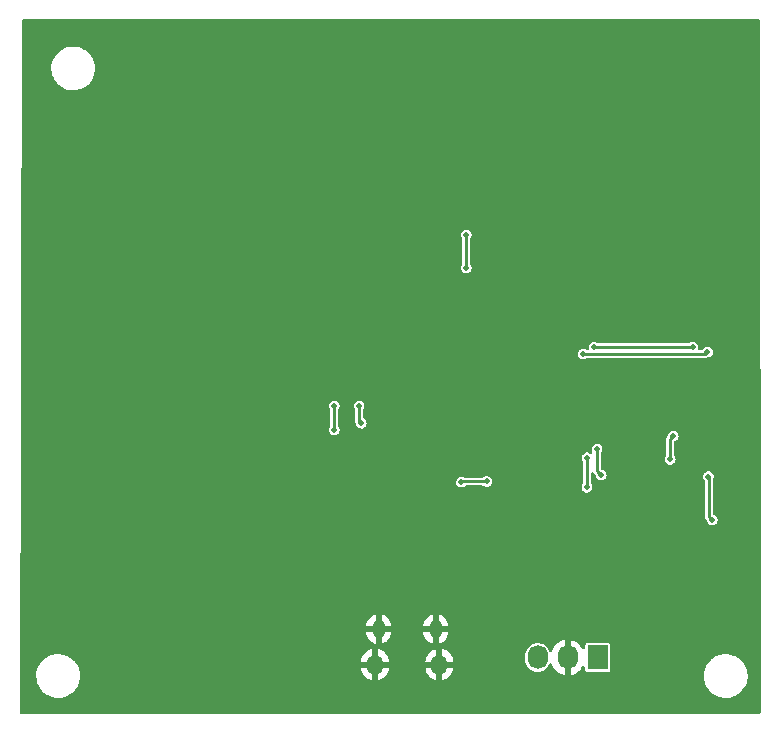
<source format=gbr>
%TF.GenerationSoftware,KiCad,Pcbnew,(6.0.7)*%
%TF.CreationDate,2022-10-04T00:35:33-03:00*%
%TF.ProjectId,wireless,77697265-6c65-4737-932e-6b696361645f,rev?*%
%TF.SameCoordinates,Original*%
%TF.FileFunction,Copper,L2,Bot*%
%TF.FilePolarity,Positive*%
%FSLAX46Y46*%
G04 Gerber Fmt 4.6, Leading zero omitted, Abs format (unit mm)*
G04 Created by KiCad (PCBNEW (6.0.7)) date 2022-10-04 00:35:33*
%MOMM*%
%LPD*%
G01*
G04 APERTURE LIST*
%TA.AperFunction,ComponentPad*%
%ADD10O,1.100000X1.500000*%
%TD*%
%TA.AperFunction,ComponentPad*%
%ADD11O,1.350000X1.700000*%
%TD*%
%TA.AperFunction,ComponentPad*%
%ADD12R,1.730000X2.030000*%
%TD*%
%TA.AperFunction,ComponentPad*%
%ADD13O,1.730000X2.030000*%
%TD*%
%TA.AperFunction,ViaPad*%
%ADD14C,0.500000*%
%TD*%
%TA.AperFunction,Conductor*%
%ADD15C,0.254000*%
%TD*%
%TA.AperFunction,Conductor*%
%ADD16C,0.127000*%
%TD*%
G04 APERTURE END LIST*
D10*
%TO.P,J1,6,Shield*%
%TO.N,GND*%
X101354000Y-120911000D03*
D11*
X101044000Y-123911000D03*
X106504000Y-123911000D03*
D10*
X106194000Y-120911000D03*
%TD*%
D12*
%TO.P,J2,1,Pin_1*%
%TO.N,/power_supply/TS*%
X119898000Y-123311000D03*
D13*
%TO.P,J2,2,Pin_2*%
%TO.N,GND*%
X117358000Y-123311000D03*
%TO.P,J2,3,Pin_3*%
%TO.N,+BATT*%
X114818000Y-123311000D03*
%TD*%
D14*
%TO.N,GND*%
X83882000Y-118266000D03*
X83882000Y-110646000D03*
X80834000Y-107344000D03*
X81342000Y-127410000D03*
X72198000Y-120552000D03*
X92772000Y-93628000D03*
X114870000Y-90580000D03*
X91756000Y-97692000D03*
X84644000Y-95660000D03*
X88708000Y-95660000D03*
X97852000Y-95914000D03*
X94296000Y-98454000D03*
X94042000Y-101756000D03*
X91502000Y-101756000D03*
X89724000Y-99724000D03*
X107250000Y-95914000D03*
X117156000Y-94136000D03*
X119188000Y-92866000D03*
X121728000Y-94644000D03*
X121728000Y-92866000D03*
X125284000Y-94898000D03*
X125284000Y-93120000D03*
X128840000Y-72292000D03*
X110298000Y-73816000D03*
X111314000Y-72800000D03*
X92264000Y-85754000D03*
X90232000Y-86008000D03*
X91502000Y-87024000D03*
X87184000Y-80674000D03*
X87692000Y-83214000D03*
X91248000Y-83468000D03*
X77786000Y-104550000D03*
X90994000Y-121060000D03*
X84136000Y-121568000D03*
X99122000Y-118012000D03*
X99376000Y-106074000D03*
X93534000Y-104550000D03*
X88708000Y-123346000D03*
X76516000Y-116488000D03*
X80326000Y-109122000D03*
X73976000Y-117758000D03*
X74484000Y-86770000D03*
X88454000Y-71276000D03*
X130364000Y-71276000D03*
X131634000Y-105820000D03*
X131126000Y-94898000D03*
X130364000Y-93628000D03*
X132904000Y-110392000D03*
X101916000Y-99724000D03*
X89470000Y-102010000D03*
X106742000Y-103026000D03*
X112076000Y-125632000D03*
X109536000Y-125632000D03*
X106488000Y-119028000D03*
X105472000Y-107344000D03*
X122490000Y-111535000D03*
%TO.N,/power_supply/~{CE}*%
X126300000Y-104550000D03*
%TO.N,GND*%
X126046000Y-96422000D03*
X105079800Y-119557800D03*
X131394200Y-114456000D03*
X127316000Y-96422000D03*
X132500000Y-76044000D03*
X123164600Y-104114600D03*
X79831000Y-107585000D03*
X127570000Y-98454000D03*
X119442000Y-98454000D03*
X120966000Y-96168000D03*
X109143800Y-120904000D03*
X96610000Y-90050000D03*
X133025000Y-92725000D03*
X98983800Y-122936000D03*
X123950000Y-110550000D03*
X100431600Y-114452400D03*
X128676400Y-114401600D03*
X100210000Y-90150000D03*
X100646000Y-102010000D03*
X117373400Y-121767600D03*
X106045000Y-117144800D03*
X125030000Y-96422000D03*
X107758000Y-90326000D03*
X131761000Y-109884000D03*
X108316800Y-109833200D03*
X85510000Y-90025000D03*
X96582000Y-103280000D03*
X89360000Y-100750000D03*
X125550000Y-85344000D03*
X85660000Y-100750000D03*
X104800000Y-99525000D03*
X106324400Y-114452400D03*
X102805000Y-126140000D03*
X111175000Y-105175000D03*
X122550000Y-109383500D03*
X81229800Y-115949400D03*
X124776000Y-98454000D03*
X84300000Y-124450000D03*
X108520000Y-103860600D03*
X123506000Y-96168000D03*
X107527075Y-88279500D03*
X98983800Y-120954800D03*
X118200000Y-107000000D03*
X129094000Y-106074000D03*
X123810800Y-102772000D03*
X121220000Y-98454000D03*
X131386600Y-107004500D03*
X108520000Y-107725000D03*
X125792000Y-98454000D03*
X130364000Y-110900000D03*
X102322400Y-107039200D03*
X96582000Y-102010000D03*
X132000000Y-88294000D03*
X98614000Y-102010000D03*
X108534200Y-105867200D03*
X123506000Y-98454000D03*
X96582000Y-104042000D03*
X120650000Y-105050000D03*
X73887400Y-111121600D03*
X110044000Y-88279500D03*
X125653800Y-114376200D03*
X123364000Y-106899200D03*
X109790000Y-90326000D03*
X112076000Y-108868000D03*
X121982000Y-98454000D03*
X88910000Y-90075000D03*
X121982000Y-96168000D03*
X104724200Y-126140000D03*
X128840000Y-98454000D03*
X109118400Y-122986800D03*
X110145600Y-107547200D03*
X119696000Y-96168000D03*
X132700000Y-70900000D03*
X98614000Y-103280000D03*
X113092000Y-76610000D03*
X81357300Y-110930600D03*
X130364000Y-106836000D03*
X119700000Y-109000000D03*
X85050000Y-122200000D03*
X124180600Y-114376200D03*
X118100000Y-109550000D03*
X127025400Y-114376200D03*
%TO.N,/ucontroller/EN*%
X108774000Y-90326000D03*
X108774000Y-87532000D03*
%TO.N,/usb/3V3_CP*%
X110501200Y-108410800D03*
X108367600Y-108461600D03*
%TO.N,/power_supply/~{PG}*%
X119850000Y-105650000D03*
X120204000Y-107852000D03*
%TO.N,/power_supply/~{CHG}*%
X119000000Y-108900000D03*
X119000000Y-106400000D03*
%TO.N,/power_supply/TS*%
X129275000Y-108000000D03*
X129602000Y-111662000D03*
%TO.N,Net-(R11-Pad1)*%
X97598000Y-104050000D03*
X97598000Y-102010000D03*
X127950000Y-97025000D03*
X119600000Y-97025000D03*
%TO.N,Net-(R13-Pad1)*%
X118680000Y-97601500D03*
X99700000Y-102010000D03*
X129200000Y-97438000D03*
X99884000Y-103473500D03*
%TO.N,/power_supply/~{CE}*%
X126048500Y-106530598D03*
%TD*%
D15*
%TO.N,/power_supply/~{CE}*%
X126300000Y-104550000D02*
X126048500Y-104801500D01*
X126048500Y-104801500D02*
X126048500Y-106530598D01*
%TO.N,/ucontroller/EN*%
X108774000Y-87532000D02*
X108774000Y-90326000D01*
%TO.N,/usb/3V3_CP*%
X108367600Y-108461600D02*
X108418400Y-108410800D01*
X108418400Y-108410800D02*
X110501200Y-108410800D01*
%TO.N,/power_supply/~{PG}*%
X120204000Y-107852000D02*
X119850000Y-107498000D01*
X119850000Y-107498000D02*
X119850000Y-105650000D01*
%TO.N,/power_supply/~{CHG}*%
X119000000Y-108900000D02*
X119000000Y-106400000D01*
%TO.N,/power_supply/TS*%
X129313500Y-111373500D02*
X129602000Y-111662000D01*
D16*
X129275000Y-108000000D02*
X129313500Y-108038500D01*
D15*
X129313500Y-108038500D02*
X129313500Y-111373500D01*
%TO.N,Net-(R11-Pad1)*%
X97598000Y-102010000D02*
X97598000Y-104050000D01*
X127950000Y-97025000D02*
X119600000Y-97025000D01*
%TO.N,Net-(R13-Pad1)*%
X99700000Y-103289500D02*
X99700000Y-102010000D01*
X129036500Y-97601500D02*
X118680000Y-97601500D01*
X129200000Y-97438000D02*
X129036500Y-97601500D01*
X99884000Y-103473500D02*
X99700000Y-103289500D01*
%TD*%
%TA.AperFunction,Conductor*%
%TO.N,GND*%
G36*
X133546324Y-69262861D02*
G01*
X133592818Y-69316516D01*
X133604205Y-69368654D01*
X133699794Y-127972654D01*
X133679903Y-128040808D01*
X133626323Y-128087388D01*
X133573796Y-128098860D01*
X102528075Y-128099426D01*
X71126391Y-128099998D01*
X71058271Y-128079997D01*
X71011777Y-128026342D01*
X71000391Y-127973608D01*
X71009858Y-124912095D01*
X72375028Y-124912095D01*
X72400534Y-125179431D01*
X72401619Y-125183865D01*
X72401620Y-125183871D01*
X72443525Y-125355121D01*
X72464364Y-125440285D01*
X72565182Y-125689192D01*
X72700875Y-125920938D01*
X72703728Y-125924505D01*
X72815225Y-126063925D01*
X72868601Y-126130669D01*
X73064846Y-126313991D01*
X73157039Y-126377948D01*
X73281746Y-126464461D01*
X73281751Y-126464464D01*
X73285499Y-126467064D01*
X73289584Y-126469096D01*
X73289587Y-126469098D01*
X73405718Y-126526872D01*
X73525938Y-126586680D01*
X73530272Y-126588101D01*
X73530275Y-126588102D01*
X73776793Y-126668915D01*
X73776798Y-126668916D01*
X73781126Y-126670335D01*
X73785617Y-126671115D01*
X73785618Y-126671115D01*
X74041936Y-126715620D01*
X74041944Y-126715621D01*
X74045717Y-126716276D01*
X74049554Y-126716467D01*
X74128996Y-126720422D01*
X74129004Y-126720422D01*
X74130567Y-126720500D01*
X74298223Y-126720500D01*
X74300491Y-126720335D01*
X74300503Y-126720335D01*
X74430823Y-126710879D01*
X74497846Y-126706016D01*
X74502301Y-126705032D01*
X74502304Y-126705032D01*
X74755620Y-126649105D01*
X74755624Y-126649104D01*
X74760080Y-126648120D01*
X74927617Y-126584646D01*
X75006941Y-126554593D01*
X75006944Y-126554592D01*
X75011211Y-126552975D01*
X75245976Y-126422574D01*
X75388254Y-126313991D01*
X75455833Y-126262417D01*
X75455837Y-126262413D01*
X75459458Y-126259650D01*
X75647185Y-126067614D01*
X75805225Y-125850491D01*
X75892313Y-125684963D01*
X75928140Y-125616868D01*
X75928143Y-125616862D01*
X75930265Y-125612828D01*
X75989703Y-125444515D01*
X76018165Y-125363916D01*
X76018165Y-125363915D01*
X76019688Y-125359603D01*
X76056097Y-125174879D01*
X76070739Y-125100594D01*
X76070740Y-125100588D01*
X76071620Y-125096122D01*
X76074830Y-125031640D01*
X76084745Y-124832474D01*
X76084745Y-124832468D01*
X76084972Y-124827905D01*
X76059466Y-124560569D01*
X76052385Y-124531629D01*
X75996721Y-124304149D01*
X75995636Y-124299715D01*
X75947716Y-124181405D01*
X99864698Y-124181405D01*
X99875297Y-124296754D01*
X99877394Y-124308068D01*
X99933275Y-124506206D01*
X99937397Y-124516945D01*
X100028451Y-124701583D01*
X100034462Y-124711392D01*
X100157640Y-124876349D01*
X100165329Y-124884889D01*
X100316510Y-125024639D01*
X100325635Y-125031640D01*
X100499745Y-125141495D01*
X100509992Y-125146716D01*
X100701207Y-125223003D01*
X100712233Y-125226270D01*
X100772230Y-125238203D01*
X100785106Y-125237051D01*
X100789107Y-125224663D01*
X101298000Y-125224663D01*
X101301806Y-125237625D01*
X101316722Y-125239561D01*
X101345798Y-125234565D01*
X101356918Y-125231585D01*
X101550060Y-125160331D01*
X101560438Y-125155381D01*
X101737361Y-125050123D01*
X101746673Y-125043357D01*
X101901453Y-124907619D01*
X101909370Y-124899276D01*
X102036820Y-124737606D01*
X102043091Y-124727950D01*
X102138940Y-124545771D01*
X102143345Y-124535137D01*
X102204393Y-124338530D01*
X102206785Y-124327276D01*
X102223863Y-124182988D01*
X102223595Y-124181405D01*
X105324698Y-124181405D01*
X105335297Y-124296754D01*
X105337394Y-124308068D01*
X105393275Y-124506206D01*
X105397397Y-124516945D01*
X105488451Y-124701583D01*
X105494462Y-124711392D01*
X105617640Y-124876349D01*
X105625329Y-124884889D01*
X105776510Y-125024639D01*
X105785635Y-125031640D01*
X105959745Y-125141495D01*
X105969992Y-125146716D01*
X106161207Y-125223003D01*
X106172233Y-125226270D01*
X106232230Y-125238203D01*
X106245106Y-125237051D01*
X106249107Y-125224663D01*
X106758000Y-125224663D01*
X106761806Y-125237625D01*
X106776722Y-125239561D01*
X106805798Y-125234565D01*
X106816918Y-125231585D01*
X107010060Y-125160331D01*
X107020438Y-125155381D01*
X107197361Y-125050123D01*
X107206673Y-125043357D01*
X107356349Y-124912095D01*
X128890028Y-124912095D01*
X128915534Y-125179431D01*
X128916619Y-125183865D01*
X128916620Y-125183871D01*
X128958525Y-125355121D01*
X128979364Y-125440285D01*
X129080182Y-125689192D01*
X129215875Y-125920938D01*
X129218728Y-125924505D01*
X129330225Y-126063925D01*
X129383601Y-126130669D01*
X129579846Y-126313991D01*
X129672039Y-126377948D01*
X129796746Y-126464461D01*
X129796751Y-126464464D01*
X129800499Y-126467064D01*
X129804584Y-126469096D01*
X129804587Y-126469098D01*
X129920718Y-126526872D01*
X130040938Y-126586680D01*
X130045272Y-126588101D01*
X130045275Y-126588102D01*
X130291793Y-126668915D01*
X130291798Y-126668916D01*
X130296126Y-126670335D01*
X130300617Y-126671115D01*
X130300618Y-126671115D01*
X130556936Y-126715620D01*
X130556944Y-126715621D01*
X130560717Y-126716276D01*
X130564554Y-126716467D01*
X130643996Y-126720422D01*
X130644004Y-126720422D01*
X130645567Y-126720500D01*
X130813223Y-126720500D01*
X130815491Y-126720335D01*
X130815503Y-126720335D01*
X130945823Y-126710879D01*
X131012846Y-126706016D01*
X131017301Y-126705032D01*
X131017304Y-126705032D01*
X131270620Y-126649105D01*
X131270624Y-126649104D01*
X131275080Y-126648120D01*
X131442617Y-126584646D01*
X131521941Y-126554593D01*
X131521944Y-126554592D01*
X131526211Y-126552975D01*
X131760976Y-126422574D01*
X131903254Y-126313991D01*
X131970833Y-126262417D01*
X131970837Y-126262413D01*
X131974458Y-126259650D01*
X132162185Y-126067614D01*
X132320225Y-125850491D01*
X132407313Y-125684963D01*
X132443140Y-125616868D01*
X132443143Y-125616862D01*
X132445265Y-125612828D01*
X132504703Y-125444515D01*
X132533165Y-125363916D01*
X132533165Y-125363915D01*
X132534688Y-125359603D01*
X132571097Y-125174879D01*
X132585739Y-125100594D01*
X132585740Y-125100588D01*
X132586620Y-125096122D01*
X132589830Y-125031640D01*
X132599745Y-124832474D01*
X132599745Y-124832468D01*
X132599972Y-124827905D01*
X132574466Y-124560569D01*
X132567385Y-124531629D01*
X132511721Y-124304149D01*
X132510636Y-124299715D01*
X132462716Y-124181405D01*
X132411531Y-124055037D01*
X132411531Y-124055036D01*
X132409818Y-124050808D01*
X132274125Y-123819062D01*
X132163211Y-123680371D01*
X132109251Y-123612897D01*
X132109250Y-123612895D01*
X132106399Y-123609331D01*
X131910154Y-123426009D01*
X131753633Y-123317426D01*
X131693254Y-123275539D01*
X131693249Y-123275536D01*
X131689501Y-123272936D01*
X131685416Y-123270904D01*
X131685413Y-123270902D01*
X131513560Y-123185407D01*
X131449062Y-123153320D01*
X131444728Y-123151899D01*
X131444725Y-123151898D01*
X131198207Y-123071085D01*
X131198202Y-123071084D01*
X131193874Y-123069665D01*
X131189382Y-123068885D01*
X130933064Y-123024380D01*
X130933056Y-123024379D01*
X130929283Y-123023724D01*
X130920622Y-123023293D01*
X130846004Y-123019578D01*
X130845996Y-123019578D01*
X130844433Y-123019500D01*
X130676777Y-123019500D01*
X130674509Y-123019665D01*
X130674497Y-123019665D01*
X130544177Y-123029121D01*
X130477154Y-123033984D01*
X130472699Y-123034968D01*
X130472696Y-123034968D01*
X130219380Y-123090895D01*
X130219376Y-123090896D01*
X130214920Y-123091880D01*
X130139598Y-123120417D01*
X129968059Y-123185407D01*
X129968056Y-123185408D01*
X129963789Y-123187025D01*
X129959798Y-123189242D01*
X129784048Y-123286863D01*
X129729024Y-123317426D01*
X129725392Y-123320198D01*
X129519167Y-123477583D01*
X129519163Y-123477587D01*
X129515542Y-123480350D01*
X129512357Y-123483608D01*
X129512356Y-123483609D01*
X129480065Y-123516641D01*
X129327815Y-123672386D01*
X129325130Y-123676075D01*
X129174676Y-123882776D01*
X129169775Y-123889509D01*
X129167651Y-123893547D01*
X129046860Y-124123132D01*
X129046857Y-124123138D01*
X129044735Y-124127172D01*
X129043215Y-124131477D01*
X129043213Y-124131481D01*
X128962607Y-124359740D01*
X128955312Y-124380397D01*
X128903380Y-124643878D01*
X128903153Y-124648431D01*
X128903153Y-124648434D01*
X128893992Y-124832474D01*
X128890028Y-124912095D01*
X107356349Y-124912095D01*
X107361453Y-124907619D01*
X107369370Y-124899276D01*
X107496820Y-124737606D01*
X107503091Y-124727950D01*
X107598940Y-124545771D01*
X107603345Y-124535137D01*
X107664393Y-124338530D01*
X107666785Y-124327276D01*
X107683863Y-124182988D01*
X107681421Y-124168569D01*
X107668679Y-124165000D01*
X106776115Y-124165000D01*
X106760876Y-124169475D01*
X106759671Y-124170865D01*
X106758000Y-124178548D01*
X106758000Y-125224663D01*
X106249107Y-125224663D01*
X106250000Y-125221898D01*
X106250000Y-124183115D01*
X106245525Y-124167876D01*
X106244135Y-124166671D01*
X106236452Y-124165000D01*
X105341306Y-124165000D01*
X105326761Y-124169271D01*
X105324698Y-124181405D01*
X102223595Y-124181405D01*
X102221421Y-124168569D01*
X102208679Y-124165000D01*
X101316115Y-124165000D01*
X101300876Y-124169475D01*
X101299671Y-124170865D01*
X101298000Y-124178548D01*
X101298000Y-125224663D01*
X100789107Y-125224663D01*
X100790000Y-125221898D01*
X100790000Y-124183115D01*
X100785525Y-124167876D01*
X100784135Y-124166671D01*
X100776452Y-124165000D01*
X99881306Y-124165000D01*
X99866761Y-124169271D01*
X99864698Y-124181405D01*
X75947716Y-124181405D01*
X75896531Y-124055037D01*
X75896531Y-124055036D01*
X75894818Y-124050808D01*
X75759125Y-123819062D01*
X75648211Y-123680371D01*
X75615136Y-123639012D01*
X99864137Y-123639012D01*
X99866579Y-123653431D01*
X99879321Y-123657000D01*
X100771885Y-123657000D01*
X100787124Y-123652525D01*
X100788329Y-123651135D01*
X100790000Y-123643452D01*
X100790000Y-123638885D01*
X101298000Y-123638885D01*
X101302475Y-123654124D01*
X101303865Y-123655329D01*
X101311548Y-123657000D01*
X102206694Y-123657000D01*
X102221239Y-123652729D01*
X102223302Y-123640595D01*
X102223157Y-123639012D01*
X105324137Y-123639012D01*
X105326579Y-123653431D01*
X105339321Y-123657000D01*
X106231885Y-123657000D01*
X106247124Y-123652525D01*
X106248329Y-123651135D01*
X106250000Y-123643452D01*
X106250000Y-123638885D01*
X106758000Y-123638885D01*
X106762475Y-123654124D01*
X106763865Y-123655329D01*
X106771548Y-123657000D01*
X107666694Y-123657000D01*
X107681239Y-123652729D01*
X107683302Y-123640595D01*
X107672703Y-123525246D01*
X107670606Y-123513932D01*
X107670506Y-123513576D01*
X113752500Y-123513576D01*
X113767735Y-123668958D01*
X113828130Y-123868995D01*
X113831023Y-123874436D01*
X113839038Y-123889509D01*
X113926229Y-124053491D01*
X114058295Y-124215420D01*
X114219297Y-124348613D01*
X114403104Y-124447997D01*
X114498229Y-124477443D01*
X114596828Y-124507965D01*
X114596831Y-124507966D01*
X114602715Y-124509787D01*
X114608840Y-124510431D01*
X114608841Y-124510431D01*
X114804397Y-124530985D01*
X114804398Y-124530985D01*
X114810525Y-124531629D01*
X114968108Y-124517288D01*
X115012480Y-124513250D01*
X115012481Y-124513250D01*
X115018621Y-124512691D01*
X115024535Y-124510950D01*
X115024537Y-124510950D01*
X115213155Y-124455436D01*
X115213154Y-124455436D01*
X115219074Y-124453694D01*
X115404251Y-124356886D01*
X115567098Y-124225954D01*
X115606877Y-124178548D01*
X115697453Y-124070603D01*
X115701412Y-124065885D01*
X115704376Y-124060493D01*
X115704379Y-124060489D01*
X115796156Y-123893547D01*
X115802077Y-123882776D01*
X115805642Y-123871539D01*
X115845304Y-123812655D01*
X115910505Y-123784561D01*
X115980545Y-123796177D01*
X116033186Y-123843816D01*
X116047703Y-123877981D01*
X116056932Y-123913540D01*
X116060466Y-123923575D01*
X116151778Y-124126280D01*
X116156958Y-124135586D01*
X116281120Y-124320010D01*
X116287781Y-124328296D01*
X116441254Y-124489177D01*
X116449211Y-124496217D01*
X116627590Y-124628934D01*
X116636634Y-124634542D01*
X116834818Y-124735303D01*
X116844679Y-124739307D01*
X117056999Y-124805235D01*
X117067394Y-124807520D01*
X117086041Y-124809992D01*
X117100208Y-124807795D01*
X117104000Y-124794611D01*
X117104000Y-124792519D01*
X117612000Y-124792519D01*
X117615973Y-124806050D01*
X117626580Y-124807575D01*
X117748745Y-124781942D01*
X117758942Y-124778882D01*
X117965722Y-124697221D01*
X117975254Y-124692490D01*
X118165330Y-124577149D01*
X118173925Y-124570880D01*
X118341839Y-124425172D01*
X118349265Y-124417536D01*
X118490232Y-124245614D01*
X118496254Y-124236852D01*
X118596998Y-124059872D01*
X118648081Y-124010566D01*
X118717711Y-123996705D01*
X118783782Y-124022689D01*
X118825316Y-124080268D01*
X118832500Y-124122205D01*
X118832500Y-124345748D01*
X118833707Y-124351816D01*
X118840284Y-124384879D01*
X118844133Y-124404231D01*
X118888448Y-124470552D01*
X118954769Y-124514867D01*
X118966938Y-124517288D01*
X118966939Y-124517288D01*
X119007184Y-124525293D01*
X119013252Y-124526500D01*
X120782748Y-124526500D01*
X120788816Y-124525293D01*
X120829061Y-124517288D01*
X120829062Y-124517288D01*
X120841231Y-124514867D01*
X120907552Y-124470552D01*
X120951867Y-124404231D01*
X120955717Y-124384879D01*
X120962293Y-124351816D01*
X120963500Y-124345748D01*
X120963500Y-122276252D01*
X120951867Y-122217769D01*
X120907552Y-122151448D01*
X120841231Y-122107133D01*
X120829062Y-122104712D01*
X120829061Y-122104712D01*
X120788816Y-122096707D01*
X120782748Y-122095500D01*
X119013252Y-122095500D01*
X119007184Y-122096707D01*
X118966939Y-122104712D01*
X118966938Y-122104712D01*
X118954769Y-122107133D01*
X118888448Y-122151448D01*
X118844133Y-122217769D01*
X118832500Y-122276252D01*
X118832500Y-122504787D01*
X118812498Y-122572908D01*
X118758842Y-122619401D01*
X118688568Y-122629505D01*
X118623988Y-122600011D01*
X118591618Y-122556537D01*
X118564222Y-122495720D01*
X118559042Y-122486414D01*
X118434880Y-122301990D01*
X118428219Y-122293704D01*
X118274746Y-122132823D01*
X118266789Y-122125783D01*
X118088410Y-121993066D01*
X118079366Y-121987458D01*
X117881182Y-121886697D01*
X117871321Y-121882693D01*
X117659001Y-121816765D01*
X117648606Y-121814480D01*
X117629959Y-121812008D01*
X117615792Y-121814205D01*
X117612000Y-121827389D01*
X117612000Y-124792519D01*
X117104000Y-124792519D01*
X117104000Y-121829481D01*
X117100027Y-121815950D01*
X117089420Y-121814425D01*
X116967255Y-121840058D01*
X116957058Y-121843118D01*
X116750278Y-121924779D01*
X116740746Y-121929510D01*
X116550670Y-122044851D01*
X116542075Y-122051120D01*
X116374161Y-122196828D01*
X116366735Y-122204464D01*
X116225768Y-122376386D01*
X116219746Y-122385148D01*
X116109756Y-122578370D01*
X116105294Y-122588027D01*
X116044853Y-122754538D01*
X116002808Y-122811746D01*
X115936509Y-122837141D01*
X115867004Y-122822661D01*
X115816362Y-122772902D01*
X115809920Y-122759559D01*
X115809654Y-122758913D01*
X115807870Y-122753005D01*
X115803663Y-122745093D01*
X115712667Y-122573955D01*
X115712666Y-122573953D01*
X115709771Y-122568509D01*
X115577705Y-122406580D01*
X115416703Y-122273387D01*
X115232896Y-122174003D01*
X115106255Y-122134801D01*
X115039172Y-122114035D01*
X115039169Y-122114034D01*
X115033285Y-122112213D01*
X115027160Y-122111569D01*
X115027159Y-122111569D01*
X114831603Y-122091015D01*
X114831602Y-122091015D01*
X114825475Y-122090371D01*
X114736745Y-122098446D01*
X114623520Y-122108750D01*
X114623519Y-122108750D01*
X114617379Y-122109309D01*
X114611465Y-122111050D01*
X114611463Y-122111050D01*
X114474352Y-122151404D01*
X114416926Y-122168306D01*
X114231749Y-122265114D01*
X114068902Y-122396046D01*
X113934588Y-122556115D01*
X113931624Y-122561507D01*
X113931621Y-122561511D01*
X113876559Y-122661669D01*
X113833923Y-122739224D01*
X113832062Y-122745091D01*
X113832061Y-122745093D01*
X113807455Y-122822661D01*
X113770741Y-122938398D01*
X113752500Y-123101020D01*
X113752500Y-123513576D01*
X107670506Y-123513576D01*
X107614725Y-123315794D01*
X107610603Y-123305055D01*
X107519549Y-123120417D01*
X107513538Y-123110608D01*
X107390360Y-122945651D01*
X107382671Y-122937111D01*
X107231490Y-122797361D01*
X107222365Y-122790360D01*
X107048255Y-122680505D01*
X107038008Y-122675284D01*
X106846793Y-122598997D01*
X106835767Y-122595730D01*
X106775770Y-122583797D01*
X106762894Y-122584949D01*
X106758000Y-122600102D01*
X106758000Y-123638885D01*
X106250000Y-123638885D01*
X106250000Y-122597337D01*
X106246194Y-122584375D01*
X106231278Y-122582439D01*
X106202202Y-122587435D01*
X106191082Y-122590415D01*
X105997940Y-122661669D01*
X105987562Y-122666619D01*
X105810639Y-122771877D01*
X105801327Y-122778643D01*
X105646547Y-122914381D01*
X105638630Y-122922724D01*
X105511180Y-123084394D01*
X105504909Y-123094050D01*
X105409060Y-123276229D01*
X105404655Y-123286863D01*
X105343607Y-123483470D01*
X105341215Y-123494724D01*
X105324137Y-123639012D01*
X102223157Y-123639012D01*
X102212703Y-123525246D01*
X102210606Y-123513932D01*
X102154725Y-123315794D01*
X102150603Y-123305055D01*
X102059549Y-123120417D01*
X102053538Y-123110608D01*
X101930360Y-122945651D01*
X101922671Y-122937111D01*
X101771490Y-122797361D01*
X101762365Y-122790360D01*
X101588255Y-122680505D01*
X101578008Y-122675284D01*
X101386793Y-122598997D01*
X101375767Y-122595730D01*
X101315770Y-122583797D01*
X101302894Y-122584949D01*
X101298000Y-122600102D01*
X101298000Y-123638885D01*
X100790000Y-123638885D01*
X100790000Y-122597337D01*
X100786194Y-122584375D01*
X100771278Y-122582439D01*
X100742202Y-122587435D01*
X100731082Y-122590415D01*
X100537940Y-122661669D01*
X100527562Y-122666619D01*
X100350639Y-122771877D01*
X100341327Y-122778643D01*
X100186547Y-122914381D01*
X100178630Y-122922724D01*
X100051180Y-123084394D01*
X100044909Y-123094050D01*
X99949060Y-123276229D01*
X99944655Y-123286863D01*
X99883607Y-123483470D01*
X99881215Y-123494724D01*
X99864137Y-123639012D01*
X75615136Y-123639012D01*
X75594251Y-123612897D01*
X75594250Y-123612895D01*
X75591399Y-123609331D01*
X75395154Y-123426009D01*
X75238633Y-123317426D01*
X75178254Y-123275539D01*
X75178249Y-123275536D01*
X75174501Y-123272936D01*
X75170416Y-123270904D01*
X75170413Y-123270902D01*
X74998560Y-123185407D01*
X74934062Y-123153320D01*
X74929728Y-123151899D01*
X74929725Y-123151898D01*
X74683207Y-123071085D01*
X74683202Y-123071084D01*
X74678874Y-123069665D01*
X74674382Y-123068885D01*
X74418064Y-123024380D01*
X74418056Y-123024379D01*
X74414283Y-123023724D01*
X74405622Y-123023293D01*
X74331004Y-123019578D01*
X74330996Y-123019578D01*
X74329433Y-123019500D01*
X74161777Y-123019500D01*
X74159509Y-123019665D01*
X74159497Y-123019665D01*
X74029177Y-123029121D01*
X73962154Y-123033984D01*
X73957699Y-123034968D01*
X73957696Y-123034968D01*
X73704380Y-123090895D01*
X73704376Y-123090896D01*
X73699920Y-123091880D01*
X73624598Y-123120417D01*
X73453059Y-123185407D01*
X73453056Y-123185408D01*
X73448789Y-123187025D01*
X73444798Y-123189242D01*
X73269048Y-123286863D01*
X73214024Y-123317426D01*
X73210392Y-123320198D01*
X73004167Y-123477583D01*
X73004163Y-123477587D01*
X73000542Y-123480350D01*
X72997357Y-123483608D01*
X72997356Y-123483609D01*
X72965065Y-123516641D01*
X72812815Y-123672386D01*
X72810130Y-123676075D01*
X72659676Y-123882776D01*
X72654775Y-123889509D01*
X72652651Y-123893547D01*
X72531860Y-124123132D01*
X72531857Y-124123138D01*
X72529735Y-124127172D01*
X72528215Y-124131477D01*
X72528213Y-124131481D01*
X72447607Y-124359740D01*
X72440312Y-124380397D01*
X72388380Y-124643878D01*
X72388153Y-124648431D01*
X72388153Y-124648434D01*
X72378992Y-124832474D01*
X72375028Y-124912095D01*
X71009858Y-124912095D01*
X71021394Y-121181589D01*
X100297803Y-121181589D01*
X100310527Y-121311361D01*
X100312910Y-121323396D01*
X100369317Y-121510223D01*
X100373992Y-121521565D01*
X100465612Y-121693879D01*
X100472399Y-121704095D01*
X100595747Y-121855335D01*
X100604391Y-121864039D01*
X100754760Y-121988436D01*
X100764931Y-121995297D01*
X100936607Y-122088121D01*
X100947907Y-122092871D01*
X101082693Y-122134595D01*
X101096795Y-122134801D01*
X101100000Y-122128045D01*
X101100000Y-122121047D01*
X101608000Y-122121047D01*
X101611973Y-122134578D01*
X101619768Y-122135698D01*
X101746342Y-122098446D01*
X101757710Y-122093853D01*
X101930666Y-122003434D01*
X101940928Y-121996718D01*
X102093020Y-121874432D01*
X102101786Y-121865848D01*
X102227236Y-121716344D01*
X102234160Y-121706233D01*
X102328184Y-121535202D01*
X102333012Y-121523938D01*
X102392025Y-121337905D01*
X102394573Y-121325916D01*
X102410762Y-121181589D01*
X105137803Y-121181589D01*
X105150527Y-121311361D01*
X105152910Y-121323396D01*
X105209317Y-121510223D01*
X105213992Y-121521565D01*
X105305612Y-121693879D01*
X105312399Y-121704095D01*
X105435747Y-121855335D01*
X105444391Y-121864039D01*
X105594760Y-121988436D01*
X105604931Y-121995297D01*
X105776607Y-122088121D01*
X105787907Y-122092871D01*
X105922693Y-122134595D01*
X105936795Y-122134801D01*
X105940000Y-122128045D01*
X105940000Y-122121047D01*
X106448000Y-122121047D01*
X106451973Y-122134578D01*
X106459768Y-122135698D01*
X106586342Y-122098446D01*
X106597710Y-122093853D01*
X106770666Y-122003434D01*
X106780928Y-121996718D01*
X106933020Y-121874432D01*
X106941786Y-121865848D01*
X107067236Y-121716344D01*
X107074160Y-121706233D01*
X107168184Y-121535202D01*
X107173012Y-121523938D01*
X107232025Y-121337905D01*
X107234573Y-121325916D01*
X107250980Y-121179643D01*
X107247525Y-121167876D01*
X107246135Y-121166671D01*
X107238452Y-121165000D01*
X106466115Y-121165000D01*
X106450876Y-121169475D01*
X106449671Y-121170865D01*
X106448000Y-121178548D01*
X106448000Y-122121047D01*
X105940000Y-122121047D01*
X105940000Y-121183115D01*
X105935525Y-121167876D01*
X105934135Y-121166671D01*
X105926452Y-121165000D01*
X105154291Y-121165000D01*
X105139864Y-121169236D01*
X105137803Y-121181589D01*
X102410762Y-121181589D01*
X102410980Y-121179643D01*
X102407525Y-121167876D01*
X102406135Y-121166671D01*
X102398452Y-121165000D01*
X101626115Y-121165000D01*
X101610876Y-121169475D01*
X101609671Y-121170865D01*
X101608000Y-121178548D01*
X101608000Y-122121047D01*
X101100000Y-122121047D01*
X101100000Y-121183115D01*
X101095525Y-121167876D01*
X101094135Y-121166671D01*
X101086452Y-121165000D01*
X100314291Y-121165000D01*
X100299864Y-121169236D01*
X100297803Y-121181589D01*
X71021394Y-121181589D01*
X71023061Y-120642357D01*
X100297020Y-120642357D01*
X100300475Y-120654124D01*
X100301865Y-120655329D01*
X100309548Y-120657000D01*
X101081885Y-120657000D01*
X101097124Y-120652525D01*
X101098329Y-120651135D01*
X101100000Y-120643452D01*
X101100000Y-120638885D01*
X101608000Y-120638885D01*
X101612475Y-120654124D01*
X101613865Y-120655329D01*
X101621548Y-120657000D01*
X102393709Y-120657000D01*
X102408136Y-120652764D01*
X102409872Y-120642357D01*
X105137020Y-120642357D01*
X105140475Y-120654124D01*
X105141865Y-120655329D01*
X105149548Y-120657000D01*
X105921885Y-120657000D01*
X105937124Y-120652525D01*
X105938329Y-120651135D01*
X105940000Y-120643452D01*
X105940000Y-120638885D01*
X106448000Y-120638885D01*
X106452475Y-120654124D01*
X106453865Y-120655329D01*
X106461548Y-120657000D01*
X107233709Y-120657000D01*
X107248136Y-120652764D01*
X107250197Y-120640411D01*
X107237473Y-120510639D01*
X107235090Y-120498604D01*
X107178683Y-120311777D01*
X107174008Y-120300435D01*
X107082388Y-120128121D01*
X107075601Y-120117905D01*
X106952253Y-119966665D01*
X106943609Y-119957961D01*
X106793237Y-119833562D01*
X106783069Y-119826703D01*
X106611393Y-119733879D01*
X106600093Y-119729129D01*
X106465307Y-119687405D01*
X106451205Y-119687199D01*
X106448000Y-119693955D01*
X106448000Y-120638885D01*
X105940000Y-120638885D01*
X105940000Y-119700953D01*
X105936027Y-119687422D01*
X105928232Y-119686302D01*
X105801658Y-119723554D01*
X105790290Y-119728147D01*
X105617334Y-119818566D01*
X105607072Y-119825282D01*
X105454980Y-119947568D01*
X105446214Y-119956152D01*
X105320764Y-120105656D01*
X105313840Y-120115767D01*
X105219816Y-120286798D01*
X105214988Y-120298062D01*
X105155975Y-120484095D01*
X105153427Y-120496084D01*
X105137020Y-120642357D01*
X102409872Y-120642357D01*
X102410197Y-120640411D01*
X102397473Y-120510639D01*
X102395090Y-120498604D01*
X102338683Y-120311777D01*
X102334008Y-120300435D01*
X102242388Y-120128121D01*
X102235601Y-120117905D01*
X102112253Y-119966665D01*
X102103609Y-119957961D01*
X101953237Y-119833562D01*
X101943069Y-119826703D01*
X101771393Y-119733879D01*
X101760093Y-119729129D01*
X101625307Y-119687405D01*
X101611205Y-119687199D01*
X101608000Y-119693955D01*
X101608000Y-120638885D01*
X101100000Y-120638885D01*
X101100000Y-119700953D01*
X101096027Y-119687422D01*
X101088232Y-119686302D01*
X100961658Y-119723554D01*
X100950290Y-119728147D01*
X100777334Y-119818566D01*
X100767072Y-119825282D01*
X100614980Y-119947568D01*
X100606214Y-119956152D01*
X100480764Y-120105656D01*
X100473840Y-120115767D01*
X100379816Y-120286798D01*
X100374988Y-120298062D01*
X100315975Y-120484095D01*
X100313427Y-120496084D01*
X100297020Y-120642357D01*
X71023061Y-120642357D01*
X71060745Y-108456040D01*
X107912501Y-108456040D01*
X107913665Y-108464942D01*
X107913665Y-108464945D01*
X107928068Y-108575089D01*
X107928069Y-108575093D01*
X107929233Y-108583994D01*
X107981205Y-108702110D01*
X107986982Y-108708983D01*
X107986983Y-108708984D01*
X108040171Y-108772259D01*
X108064239Y-108800891D01*
X108171660Y-108872396D01*
X108294833Y-108910878D01*
X108303803Y-108911042D01*
X108303807Y-108911043D01*
X108362542Y-108912119D01*
X108423855Y-108913243D01*
X108492823Y-108894440D01*
X118544901Y-108894440D01*
X118546065Y-108903342D01*
X118546065Y-108903345D01*
X118560468Y-109013489D01*
X118560469Y-109013493D01*
X118561633Y-109022394D01*
X118613605Y-109140510D01*
X118696639Y-109239291D01*
X118804060Y-109310796D01*
X118927233Y-109349278D01*
X118936203Y-109349442D01*
X118936207Y-109349443D01*
X118994942Y-109350519D01*
X119056255Y-109351643D01*
X119118505Y-109334672D01*
X119172092Y-109320062D01*
X119172093Y-109320062D01*
X119180755Y-109317700D01*
X119188405Y-109313003D01*
X119188407Y-109313002D01*
X119283072Y-109254878D01*
X119283075Y-109254875D01*
X119290724Y-109250179D01*
X119296750Y-109243522D01*
X119371300Y-109161161D01*
X119371303Y-109161157D01*
X119377322Y-109154507D01*
X119433588Y-109038375D01*
X119454997Y-108911120D01*
X119455133Y-108900000D01*
X119441546Y-108805125D01*
X119438112Y-108781145D01*
X119438111Y-108781142D01*
X119436839Y-108772259D01*
X119431711Y-108760979D01*
X119387144Y-108662961D01*
X119383428Y-108654788D01*
X119358046Y-108625330D01*
X119328733Y-108560671D01*
X119327500Y-108543085D01*
X119327500Y-107722392D01*
X119347502Y-107654271D01*
X119401158Y-107607778D01*
X119471432Y-107597674D01*
X119536012Y-107627168D01*
X119556711Y-107650118D01*
X119570373Y-107669629D01*
X119576275Y-107678894D01*
X119595250Y-107711760D01*
X119603695Y-107718846D01*
X119624322Y-107736154D01*
X119632427Y-107743581D01*
X119720663Y-107831818D01*
X119754688Y-107894130D01*
X119756503Y-107904575D01*
X119763831Y-107960611D01*
X119765633Y-107974394D01*
X119796116Y-108043672D01*
X119813553Y-108083300D01*
X119817605Y-108092510D01*
X119823382Y-108099383D01*
X119823383Y-108099384D01*
X119862949Y-108146453D01*
X119900639Y-108191291D01*
X119908116Y-108196268D01*
X119995608Y-108254507D01*
X120008060Y-108262796D01*
X120131233Y-108301278D01*
X120140203Y-108301442D01*
X120140207Y-108301443D01*
X120198942Y-108302519D01*
X120260255Y-108303643D01*
X120365719Y-108274890D01*
X120376092Y-108272062D01*
X120376093Y-108272062D01*
X120384755Y-108269700D01*
X120392405Y-108265003D01*
X120392407Y-108265002D01*
X120487072Y-108206878D01*
X120487075Y-108206875D01*
X120494724Y-108202179D01*
X120500750Y-108195522D01*
X120575300Y-108113161D01*
X120575303Y-108113157D01*
X120581322Y-108106507D01*
X120635619Y-107994440D01*
X128819901Y-107994440D01*
X128821065Y-108003342D01*
X128821065Y-108003345D01*
X128835468Y-108113489D01*
X128835469Y-108113493D01*
X128836633Y-108122394D01*
X128888605Y-108240510D01*
X128894382Y-108247383D01*
X128894383Y-108247384D01*
X128956451Y-108321223D01*
X128984972Y-108386239D01*
X128986000Y-108402298D01*
X128986000Y-111353706D01*
X128985520Y-111364689D01*
X128982213Y-111402484D01*
X128985066Y-111413131D01*
X128992034Y-111439135D01*
X128994413Y-111449867D01*
X129001003Y-111487239D01*
X129006514Y-111496785D01*
X129007740Y-111500153D01*
X129009254Y-111503399D01*
X129012106Y-111514043D01*
X129033877Y-111545135D01*
X129039775Y-111554394D01*
X129058750Y-111587260D01*
X129067195Y-111594346D01*
X129087822Y-111611654D01*
X129095926Y-111619081D01*
X129118662Y-111641817D01*
X129152688Y-111704129D01*
X129154502Y-111714572D01*
X129163633Y-111784394D01*
X129215605Y-111902510D01*
X129298639Y-112001291D01*
X129406060Y-112072796D01*
X129529233Y-112111278D01*
X129538203Y-112111442D01*
X129538207Y-112111443D01*
X129596942Y-112112519D01*
X129658255Y-112113643D01*
X129720505Y-112096672D01*
X129774092Y-112082062D01*
X129774093Y-112082062D01*
X129782755Y-112079700D01*
X129790405Y-112075003D01*
X129790407Y-112075002D01*
X129885072Y-112016878D01*
X129885075Y-112016875D01*
X129892724Y-112012179D01*
X129898750Y-112005522D01*
X129973300Y-111923161D01*
X129973303Y-111923157D01*
X129979322Y-111916507D01*
X130035588Y-111800375D01*
X130056997Y-111673120D01*
X130057133Y-111662000D01*
X130047444Y-111594346D01*
X130040112Y-111543145D01*
X130040111Y-111543142D01*
X130038839Y-111534259D01*
X130033752Y-111523070D01*
X129989145Y-111424962D01*
X129989143Y-111424959D01*
X129985428Y-111416788D01*
X129935810Y-111359203D01*
X129907051Y-111325826D01*
X129907049Y-111325824D01*
X129901193Y-111319028D01*
X129792906Y-111248841D01*
X129784311Y-111246271D01*
X129784310Y-111246270D01*
X129730897Y-111230296D01*
X129671364Y-111191614D01*
X129642194Y-111126886D01*
X129641000Y-111109579D01*
X129641000Y-108306792D01*
X129653608Y-108251854D01*
X129704674Y-108146453D01*
X129708588Y-108138375D01*
X129711389Y-108121729D01*
X129729190Y-108015917D01*
X129729997Y-108011120D01*
X129730133Y-108000000D01*
X129716467Y-107904575D01*
X129713112Y-107881145D01*
X129713111Y-107881142D01*
X129711839Y-107872259D01*
X129658428Y-107754788D01*
X129593034Y-107678894D01*
X129580051Y-107663826D01*
X129580049Y-107663824D01*
X129574193Y-107657028D01*
X129465906Y-107586841D01*
X129457311Y-107584271D01*
X129457310Y-107584270D01*
X129350874Y-107552438D01*
X129350872Y-107552438D01*
X129342273Y-107549866D01*
X129333298Y-107549811D01*
X129333297Y-107549811D01*
X129278641Y-107549477D01*
X129213231Y-107549078D01*
X129201475Y-107552438D01*
X129097786Y-107582072D01*
X129097784Y-107582073D01*
X129089155Y-107584539D01*
X128980019Y-107653399D01*
X128974076Y-107660128D01*
X128974075Y-107660129D01*
X128936910Y-107702211D01*
X128894596Y-107750122D01*
X128890782Y-107758245D01*
X128890781Y-107758247D01*
X128864794Y-107813598D01*
X128839754Y-107866932D01*
X128833893Y-107904575D01*
X128821282Y-107985567D01*
X128821282Y-107985571D01*
X128819901Y-107994440D01*
X120635619Y-107994440D01*
X120637588Y-107990375D01*
X120642154Y-107963238D01*
X120658190Y-107867917D01*
X120658997Y-107863120D01*
X120659133Y-107852000D01*
X120646382Y-107762962D01*
X120642112Y-107733145D01*
X120642111Y-107733142D01*
X120640839Y-107724259D01*
X120635156Y-107711760D01*
X120591145Y-107614962D01*
X120591143Y-107614959D01*
X120587428Y-107606788D01*
X120503193Y-107509028D01*
X120394906Y-107438841D01*
X120386311Y-107436271D01*
X120386310Y-107436270D01*
X120271273Y-107401866D01*
X120272057Y-107399244D01*
X120220467Y-107375340D01*
X120182411Y-107315405D01*
X120177500Y-107280570D01*
X120177500Y-106525038D01*
X125593401Y-106525038D01*
X125594565Y-106533940D01*
X125594565Y-106533943D01*
X125608968Y-106644087D01*
X125608969Y-106644091D01*
X125610133Y-106652992D01*
X125613750Y-106661212D01*
X125655676Y-106756496D01*
X125662105Y-106771108D01*
X125745139Y-106869889D01*
X125852560Y-106941394D01*
X125975733Y-106979876D01*
X125984703Y-106980040D01*
X125984707Y-106980041D01*
X126043442Y-106981117D01*
X126104755Y-106982241D01*
X126167005Y-106965269D01*
X126220592Y-106950660D01*
X126220593Y-106950660D01*
X126229255Y-106948298D01*
X126236905Y-106943601D01*
X126236907Y-106943600D01*
X126331572Y-106885476D01*
X126331575Y-106885473D01*
X126339224Y-106880777D01*
X126345250Y-106874120D01*
X126419800Y-106791759D01*
X126419803Y-106791755D01*
X126425822Y-106785105D01*
X126482088Y-106668973D01*
X126488260Y-106632290D01*
X126502690Y-106546515D01*
X126503497Y-106541718D01*
X126503633Y-106530598D01*
X126485339Y-106402857D01*
X126431928Y-106285386D01*
X126406546Y-106255928D01*
X126377233Y-106191269D01*
X126376000Y-106173683D01*
X126376000Y-105092507D01*
X126396002Y-105024386D01*
X126449658Y-104977893D01*
X126468853Y-104970945D01*
X126472093Y-104970062D01*
X126472096Y-104970061D01*
X126480755Y-104967700D01*
X126488405Y-104963003D01*
X126488407Y-104963002D01*
X126583072Y-104904878D01*
X126583075Y-104904875D01*
X126590724Y-104900179D01*
X126596750Y-104893522D01*
X126671300Y-104811161D01*
X126671303Y-104811157D01*
X126677322Y-104804507D01*
X126733588Y-104688375D01*
X126739720Y-104651930D01*
X126754190Y-104565917D01*
X126754997Y-104561120D01*
X126755133Y-104550000D01*
X126743347Y-104467700D01*
X126738112Y-104431145D01*
X126738111Y-104431142D01*
X126736839Y-104422259D01*
X126730724Y-104408809D01*
X126687145Y-104312962D01*
X126687143Y-104312959D01*
X126683428Y-104304788D01*
X126599193Y-104207028D01*
X126490906Y-104136841D01*
X126482311Y-104134271D01*
X126482310Y-104134270D01*
X126375874Y-104102438D01*
X126375872Y-104102438D01*
X126367273Y-104099866D01*
X126358298Y-104099811D01*
X126358297Y-104099811D01*
X126303641Y-104099477D01*
X126238231Y-104099078D01*
X126226475Y-104102438D01*
X126122786Y-104132072D01*
X126122784Y-104132073D01*
X126114155Y-104134539D01*
X126005019Y-104203399D01*
X125919596Y-104300122D01*
X125915782Y-104308245D01*
X125915781Y-104308247D01*
X125889794Y-104363598D01*
X125864754Y-104416932D01*
X125863374Y-104425796D01*
X125863373Y-104425799D01*
X125856976Y-104466887D01*
X125852350Y-104496601D01*
X125852110Y-104498141D01*
X125821866Y-104562374D01*
X125808599Y-104575280D01*
X125802196Y-104580652D01*
X125802193Y-104580655D01*
X125793750Y-104587740D01*
X125788237Y-104597289D01*
X125774775Y-104620606D01*
X125768877Y-104629865D01*
X125747106Y-104660957D01*
X125744254Y-104671601D01*
X125742740Y-104674847D01*
X125741514Y-104678215D01*
X125736003Y-104687761D01*
X125734089Y-104698617D01*
X125729413Y-104725133D01*
X125727036Y-104735856D01*
X125717213Y-104772516D01*
X125718174Y-104783499D01*
X125720520Y-104810311D01*
X125721000Y-104821294D01*
X125721000Y-106173144D01*
X125700998Y-106241265D01*
X125689442Y-106256551D01*
X125668096Y-106280720D01*
X125613254Y-106397530D01*
X125611874Y-106406396D01*
X125594782Y-106516165D01*
X125594782Y-106516169D01*
X125593401Y-106525038D01*
X120177500Y-106525038D01*
X120177500Y-106008106D01*
X120197502Y-105939985D01*
X120210085Y-105923550D01*
X120221296Y-105911164D01*
X120227322Y-105904507D01*
X120283588Y-105788375D01*
X120304997Y-105661120D01*
X120305133Y-105650000D01*
X120286839Y-105522259D01*
X120233428Y-105404788D01*
X120149193Y-105307028D01*
X120040906Y-105236841D01*
X120032311Y-105234271D01*
X120032310Y-105234270D01*
X119925874Y-105202438D01*
X119925872Y-105202438D01*
X119917273Y-105199866D01*
X119908298Y-105199811D01*
X119908297Y-105199811D01*
X119853641Y-105199477D01*
X119788231Y-105199078D01*
X119776475Y-105202438D01*
X119672786Y-105232072D01*
X119672784Y-105232073D01*
X119664155Y-105234539D01*
X119555019Y-105303399D01*
X119469596Y-105400122D01*
X119465782Y-105408245D01*
X119465781Y-105408247D01*
X119439794Y-105463598D01*
X119414754Y-105516932D01*
X119413374Y-105525798D01*
X119396282Y-105635567D01*
X119396282Y-105635571D01*
X119394901Y-105644440D01*
X119396065Y-105653342D01*
X119396065Y-105653345D01*
X119410468Y-105763489D01*
X119410469Y-105763493D01*
X119411633Y-105772394D01*
X119415250Y-105780614D01*
X119462025Y-105886919D01*
X119471153Y-105957327D01*
X119440766Y-106021492D01*
X119380512Y-106059042D01*
X119309523Y-106058057D01*
X119278164Y-106043398D01*
X119190906Y-105986841D01*
X119182311Y-105984271D01*
X119182310Y-105984270D01*
X119075874Y-105952438D01*
X119075872Y-105952438D01*
X119067273Y-105949866D01*
X119058298Y-105949811D01*
X119058297Y-105949811D01*
X119003641Y-105949477D01*
X118938231Y-105949078D01*
X118876193Y-105966808D01*
X118822786Y-105982072D01*
X118822784Y-105982073D01*
X118814155Y-105984539D01*
X118806565Y-105989328D01*
X118720870Y-106043398D01*
X118705019Y-106053399D01*
X118619596Y-106150122D01*
X118615782Y-106158245D01*
X118615781Y-106158247D01*
X118589794Y-106213598D01*
X118564754Y-106266932D01*
X118561881Y-106285386D01*
X118546282Y-106385567D01*
X118546282Y-106385571D01*
X118544901Y-106394440D01*
X118546065Y-106403342D01*
X118546065Y-106403345D01*
X118560468Y-106513489D01*
X118560469Y-106513493D01*
X118561633Y-106522394D01*
X118613605Y-106640510D01*
X118642952Y-106675423D01*
X118671472Y-106740436D01*
X118672500Y-106756496D01*
X118672500Y-108542546D01*
X118652498Y-108610667D01*
X118640942Y-108625953D01*
X118619596Y-108650122D01*
X118615782Y-108658245D01*
X118615781Y-108658247D01*
X118599047Y-108693890D01*
X118564754Y-108766932D01*
X118558692Y-108805868D01*
X118546282Y-108885567D01*
X118546282Y-108885571D01*
X118544901Y-108894440D01*
X108492823Y-108894440D01*
X108539692Y-108881662D01*
X108539693Y-108881662D01*
X108548355Y-108879300D01*
X108556005Y-108874603D01*
X108556007Y-108874602D01*
X108650672Y-108816478D01*
X108650675Y-108816475D01*
X108658324Y-108811779D01*
X108687322Y-108779743D01*
X108747864Y-108742663D01*
X108780735Y-108738300D01*
X110142024Y-108738300D01*
X110211842Y-108759412D01*
X110305260Y-108821596D01*
X110428433Y-108860078D01*
X110437403Y-108860242D01*
X110437407Y-108860243D01*
X110496142Y-108861319D01*
X110557455Y-108862443D01*
X110619705Y-108845472D01*
X110673292Y-108830862D01*
X110673293Y-108830862D01*
X110681955Y-108828500D01*
X110689605Y-108823803D01*
X110689607Y-108823802D01*
X110784272Y-108765678D01*
X110784275Y-108765675D01*
X110791924Y-108760979D01*
X110797950Y-108754322D01*
X110872500Y-108671961D01*
X110872503Y-108671957D01*
X110878522Y-108665307D01*
X110934788Y-108549175D01*
X110956197Y-108421920D01*
X110956333Y-108410800D01*
X110940987Y-108303643D01*
X110939312Y-108291945D01*
X110939311Y-108291942D01*
X110938039Y-108283059D01*
X110914956Y-108232290D01*
X110888345Y-108173762D01*
X110888343Y-108173759D01*
X110884628Y-108165588D01*
X110833721Y-108106507D01*
X110806251Y-108074626D01*
X110806249Y-108074624D01*
X110800393Y-108067828D01*
X110692106Y-107997641D01*
X110683511Y-107995071D01*
X110683510Y-107995070D01*
X110577074Y-107963238D01*
X110577072Y-107963238D01*
X110568473Y-107960666D01*
X110559498Y-107960611D01*
X110559497Y-107960611D01*
X110504841Y-107960277D01*
X110439431Y-107959878D01*
X110377393Y-107977608D01*
X110323986Y-107992872D01*
X110323984Y-107992873D01*
X110315355Y-107995339D01*
X110307765Y-108000128D01*
X110206753Y-108063862D01*
X110139517Y-108083300D01*
X108649550Y-108083300D01*
X108581020Y-108063034D01*
X108558506Y-108048441D01*
X108542560Y-108043672D01*
X108443474Y-108014038D01*
X108443472Y-108014038D01*
X108434873Y-108011466D01*
X108425898Y-108011411D01*
X108425897Y-108011411D01*
X108371241Y-108011077D01*
X108305831Y-108010678D01*
X108243793Y-108028408D01*
X108190386Y-108043672D01*
X108190384Y-108043673D01*
X108181755Y-108046139D01*
X108174165Y-108050928D01*
X108121290Y-108084290D01*
X108072619Y-108114999D01*
X107987196Y-108211722D01*
X107983382Y-108219845D01*
X107983381Y-108219847D01*
X107965553Y-108257821D01*
X107932354Y-108328532D01*
X107923369Y-108386239D01*
X107913882Y-108447167D01*
X107913882Y-108447171D01*
X107912501Y-108456040D01*
X71060745Y-108456040D01*
X71074387Y-104044440D01*
X97142901Y-104044440D01*
X97144065Y-104053342D01*
X97144065Y-104053345D01*
X97158468Y-104163489D01*
X97158469Y-104163493D01*
X97159633Y-104172394D01*
X97211605Y-104290510D01*
X97294639Y-104389291D01*
X97402060Y-104460796D01*
X97525233Y-104499278D01*
X97534203Y-104499442D01*
X97534207Y-104499443D01*
X97592942Y-104500519D01*
X97654255Y-104501643D01*
X97716505Y-104484671D01*
X97770092Y-104470062D01*
X97770093Y-104470062D01*
X97778755Y-104467700D01*
X97786405Y-104463003D01*
X97786407Y-104463002D01*
X97881072Y-104404878D01*
X97881075Y-104404875D01*
X97888724Y-104400179D01*
X97894750Y-104393522D01*
X97969300Y-104311161D01*
X97969303Y-104311157D01*
X97975322Y-104304507D01*
X98031588Y-104188375D01*
X98040691Y-104134270D01*
X98052190Y-104065917D01*
X98052997Y-104061120D01*
X98053133Y-104050000D01*
X98034839Y-103922259D01*
X98018796Y-103886973D01*
X97985144Y-103812961D01*
X97981428Y-103804788D01*
X97956046Y-103775330D01*
X97926733Y-103710671D01*
X97925500Y-103693085D01*
X97925500Y-102368106D01*
X97945502Y-102299985D01*
X97958085Y-102283550D01*
X97969296Y-102271164D01*
X97975322Y-102264507D01*
X98031588Y-102148375D01*
X98052997Y-102021120D01*
X98053133Y-102010000D01*
X98052337Y-102004440D01*
X99244901Y-102004440D01*
X99246065Y-102013342D01*
X99246065Y-102013345D01*
X99260468Y-102123489D01*
X99260469Y-102123493D01*
X99261633Y-102132394D01*
X99313605Y-102250510D01*
X99342952Y-102285423D01*
X99371472Y-102350436D01*
X99372500Y-102366496D01*
X99372500Y-103269706D01*
X99372020Y-103280689D01*
X99368713Y-103318484D01*
X99378403Y-103354645D01*
X99378534Y-103355135D01*
X99380913Y-103365867D01*
X99387503Y-103403239D01*
X99393014Y-103412785D01*
X99394240Y-103416153D01*
X99395754Y-103419398D01*
X99398606Y-103430043D01*
X99404929Y-103439073D01*
X99412046Y-103449237D01*
X99433770Y-103505171D01*
X99445633Y-103595894D01*
X99497605Y-103714010D01*
X99503382Y-103720883D01*
X99503383Y-103720884D01*
X99573912Y-103804788D01*
X99580639Y-103812791D01*
X99688060Y-103884296D01*
X99811233Y-103922778D01*
X99820203Y-103922942D01*
X99820207Y-103922943D01*
X99878942Y-103924019D01*
X99940255Y-103925143D01*
X100002505Y-103908172D01*
X100056092Y-103893562D01*
X100056093Y-103893562D01*
X100064755Y-103891200D01*
X100072405Y-103886503D01*
X100072407Y-103886502D01*
X100167072Y-103828378D01*
X100167075Y-103828375D01*
X100174724Y-103823679D01*
X100180750Y-103817022D01*
X100255300Y-103734661D01*
X100255303Y-103734657D01*
X100261322Y-103728007D01*
X100317588Y-103611875D01*
X100338997Y-103484620D01*
X100339133Y-103473500D01*
X100320839Y-103345759D01*
X100303443Y-103307499D01*
X100271145Y-103236462D01*
X100271143Y-103236459D01*
X100267428Y-103228288D01*
X100183193Y-103130528D01*
X100175666Y-103125649D01*
X100175661Y-103125645D01*
X100084969Y-103066863D01*
X100038684Y-103013027D01*
X100027500Y-102961130D01*
X100027500Y-102368106D01*
X100047502Y-102299985D01*
X100060085Y-102283550D01*
X100071296Y-102271164D01*
X100077322Y-102264507D01*
X100133588Y-102148375D01*
X100154997Y-102021120D01*
X100155133Y-102010000D01*
X100136839Y-101882259D01*
X100083428Y-101764788D01*
X99999193Y-101667028D01*
X99890906Y-101596841D01*
X99882311Y-101594271D01*
X99882310Y-101594270D01*
X99775874Y-101562438D01*
X99775872Y-101562438D01*
X99767273Y-101559866D01*
X99758298Y-101559811D01*
X99758297Y-101559811D01*
X99703641Y-101559477D01*
X99638231Y-101559078D01*
X99626475Y-101562438D01*
X99522786Y-101592072D01*
X99522784Y-101592073D01*
X99514155Y-101594539D01*
X99405019Y-101663399D01*
X99319596Y-101760122D01*
X99315782Y-101768245D01*
X99315781Y-101768247D01*
X99289794Y-101823598D01*
X99264754Y-101876932D01*
X99263374Y-101885798D01*
X99246282Y-101995567D01*
X99246282Y-101995571D01*
X99244901Y-102004440D01*
X98052337Y-102004440D01*
X98034839Y-101882259D01*
X97981428Y-101764788D01*
X97897193Y-101667028D01*
X97788906Y-101596841D01*
X97780311Y-101594271D01*
X97780310Y-101594270D01*
X97673874Y-101562438D01*
X97673872Y-101562438D01*
X97665273Y-101559866D01*
X97656298Y-101559811D01*
X97656297Y-101559811D01*
X97601641Y-101559477D01*
X97536231Y-101559078D01*
X97524475Y-101562438D01*
X97420786Y-101592072D01*
X97420784Y-101592073D01*
X97412155Y-101594539D01*
X97303019Y-101663399D01*
X97217596Y-101760122D01*
X97213782Y-101768245D01*
X97213781Y-101768247D01*
X97187794Y-101823598D01*
X97162754Y-101876932D01*
X97161374Y-101885798D01*
X97144282Y-101995567D01*
X97144282Y-101995571D01*
X97142901Y-102004440D01*
X97144065Y-102013342D01*
X97144065Y-102013345D01*
X97158468Y-102123489D01*
X97158469Y-102123493D01*
X97159633Y-102132394D01*
X97211605Y-102250510D01*
X97240952Y-102285423D01*
X97269472Y-102350436D01*
X97270500Y-102366496D01*
X97270500Y-103692546D01*
X97250498Y-103760667D01*
X97238942Y-103775953D01*
X97217596Y-103800122D01*
X97162754Y-103916932D01*
X97161374Y-103925798D01*
X97144282Y-104035567D01*
X97144282Y-104035571D01*
X97142901Y-104044440D01*
X71074387Y-104044440D01*
X71094328Y-97595940D01*
X118224901Y-97595940D01*
X118226065Y-97604842D01*
X118226065Y-97604845D01*
X118240468Y-97714989D01*
X118240469Y-97714993D01*
X118241633Y-97723894D01*
X118245250Y-97732114D01*
X118271987Y-97792878D01*
X118293605Y-97842010D01*
X118299382Y-97848883D01*
X118299383Y-97848884D01*
X118366728Y-97929000D01*
X118376639Y-97940791D01*
X118484060Y-98012296D01*
X118607233Y-98050778D01*
X118616203Y-98050942D01*
X118616207Y-98050943D01*
X118674942Y-98052019D01*
X118736255Y-98053143D01*
X118798505Y-98036171D01*
X118852092Y-98021562D01*
X118852093Y-98021562D01*
X118860755Y-98019200D01*
X118868405Y-98014503D01*
X118868407Y-98014502D01*
X118970724Y-97951679D01*
X118971794Y-97953421D01*
X119026238Y-97929932D01*
X119041535Y-97929000D01*
X129016706Y-97929000D01*
X129027689Y-97929480D01*
X129054499Y-97931826D01*
X129054500Y-97931826D01*
X129065484Y-97932787D01*
X129102144Y-97922964D01*
X129112867Y-97920587D01*
X129115190Y-97920177D01*
X129150239Y-97913997D01*
X129159788Y-97908484D01*
X129163159Y-97907257D01*
X129166397Y-97905747D01*
X129177043Y-97902894D01*
X129181139Y-97900026D01*
X129232165Y-97889201D01*
X129256255Y-97889643D01*
X129318505Y-97872672D01*
X129372092Y-97858062D01*
X129372093Y-97858062D01*
X129380755Y-97855700D01*
X129388405Y-97851003D01*
X129388407Y-97851002D01*
X129483072Y-97792878D01*
X129483075Y-97792875D01*
X129490724Y-97788179D01*
X129541472Y-97732114D01*
X129571300Y-97699161D01*
X129571303Y-97699157D01*
X129577322Y-97692507D01*
X129633588Y-97576375D01*
X129654997Y-97449120D01*
X129655133Y-97438000D01*
X129636839Y-97310259D01*
X129616493Y-97265510D01*
X129587145Y-97200962D01*
X129587143Y-97200959D01*
X129583428Y-97192788D01*
X129499193Y-97095028D01*
X129390906Y-97024841D01*
X129382311Y-97022271D01*
X129382310Y-97022270D01*
X129275874Y-96990438D01*
X129275872Y-96990438D01*
X129267273Y-96987866D01*
X129258298Y-96987811D01*
X129258297Y-96987811D01*
X129203641Y-96987477D01*
X129138231Y-96987078D01*
X129126475Y-96990438D01*
X129022786Y-97020072D01*
X129022784Y-97020073D01*
X129014155Y-97022539D01*
X128905019Y-97091399D01*
X128819596Y-97188122D01*
X128815782Y-97196245D01*
X128815781Y-97196247D01*
X128813292Y-97201549D01*
X128766235Y-97254711D01*
X128699237Y-97274000D01*
X128513945Y-97274000D01*
X128445824Y-97253998D01*
X128399331Y-97200342D01*
X128389691Y-97127097D01*
X128404997Y-97036120D01*
X128405133Y-97025000D01*
X128386839Y-96897259D01*
X128333428Y-96779788D01*
X128307625Y-96749842D01*
X128255051Y-96688826D01*
X128255049Y-96688824D01*
X128249193Y-96682028D01*
X128140906Y-96611841D01*
X128132311Y-96609271D01*
X128132310Y-96609270D01*
X128025874Y-96577438D01*
X128025872Y-96577438D01*
X128017273Y-96574866D01*
X128008298Y-96574811D01*
X128008297Y-96574811D01*
X127953641Y-96574477D01*
X127888231Y-96574078D01*
X127876475Y-96577438D01*
X127772786Y-96607072D01*
X127772784Y-96607073D01*
X127764155Y-96609539D01*
X127756565Y-96614328D01*
X127655553Y-96678062D01*
X127588317Y-96697500D01*
X119960327Y-96697500D01*
X119891795Y-96677233D01*
X119886202Y-96673608D01*
X119790906Y-96611841D01*
X119782311Y-96609271D01*
X119782310Y-96609270D01*
X119675874Y-96577438D01*
X119675872Y-96577438D01*
X119667273Y-96574866D01*
X119658298Y-96574811D01*
X119658297Y-96574811D01*
X119603641Y-96574477D01*
X119538231Y-96574078D01*
X119526475Y-96577438D01*
X119422786Y-96607072D01*
X119422784Y-96607073D01*
X119414155Y-96609539D01*
X119305019Y-96678399D01*
X119299076Y-96685128D01*
X119299075Y-96685129D01*
X119231351Y-96761812D01*
X119219596Y-96775122D01*
X119215782Y-96783245D01*
X119215781Y-96783247D01*
X119189794Y-96838598D01*
X119164754Y-96891932D01*
X119163374Y-96900798D01*
X119146282Y-97010567D01*
X119146282Y-97010571D01*
X119144901Y-97019440D01*
X119146065Y-97028342D01*
X119146065Y-97028345D01*
X119159049Y-97127635D01*
X119148049Y-97197774D01*
X119100874Y-97250831D01*
X119032504Y-97269962D01*
X118965582Y-97249705D01*
X118878438Y-97193222D01*
X118878433Y-97193220D01*
X118870906Y-97188341D01*
X118862311Y-97185771D01*
X118862310Y-97185770D01*
X118755874Y-97153938D01*
X118755872Y-97153938D01*
X118747273Y-97151366D01*
X118738298Y-97151311D01*
X118738297Y-97151311D01*
X118683641Y-97150977D01*
X118618231Y-97150578D01*
X118606475Y-97153938D01*
X118502786Y-97183572D01*
X118502784Y-97183573D01*
X118494155Y-97186039D01*
X118385019Y-97254899D01*
X118379076Y-97261628D01*
X118379075Y-97261629D01*
X118343341Y-97302090D01*
X118299596Y-97351622D01*
X118244754Y-97468432D01*
X118243374Y-97477298D01*
X118226282Y-97587067D01*
X118226282Y-97587071D01*
X118224901Y-97595940D01*
X71094328Y-97595940D01*
X71116826Y-90320440D01*
X108318901Y-90320440D01*
X108320065Y-90329342D01*
X108320065Y-90329345D01*
X108334468Y-90439489D01*
X108334469Y-90439493D01*
X108335633Y-90448394D01*
X108387605Y-90566510D01*
X108470639Y-90665291D01*
X108578060Y-90736796D01*
X108701233Y-90775278D01*
X108710203Y-90775442D01*
X108710207Y-90775443D01*
X108768942Y-90776519D01*
X108830255Y-90777643D01*
X108892505Y-90760672D01*
X108946092Y-90746062D01*
X108946093Y-90746062D01*
X108954755Y-90743700D01*
X108962405Y-90739003D01*
X108962407Y-90739002D01*
X109057072Y-90680878D01*
X109057075Y-90680875D01*
X109064724Y-90676179D01*
X109070750Y-90669522D01*
X109145300Y-90587161D01*
X109145303Y-90587157D01*
X109151322Y-90580507D01*
X109207588Y-90464375D01*
X109228997Y-90337120D01*
X109229133Y-90326000D01*
X109210839Y-90198259D01*
X109157428Y-90080788D01*
X109132046Y-90051330D01*
X109102733Y-89986671D01*
X109101500Y-89969085D01*
X109101500Y-87890106D01*
X109121502Y-87821985D01*
X109134085Y-87805550D01*
X109145296Y-87793164D01*
X109151322Y-87786507D01*
X109207588Y-87670375D01*
X109228997Y-87543120D01*
X109229133Y-87532000D01*
X109210839Y-87404259D01*
X109157428Y-87286788D01*
X109073193Y-87189028D01*
X108964906Y-87118841D01*
X108956311Y-87116271D01*
X108956310Y-87116270D01*
X108849874Y-87084438D01*
X108849872Y-87084438D01*
X108841273Y-87081866D01*
X108832298Y-87081811D01*
X108832297Y-87081811D01*
X108777641Y-87081477D01*
X108712231Y-87081078D01*
X108700475Y-87084438D01*
X108596786Y-87114072D01*
X108596784Y-87114073D01*
X108588155Y-87116539D01*
X108479019Y-87185399D01*
X108393596Y-87282122D01*
X108389782Y-87290245D01*
X108389781Y-87290247D01*
X108363794Y-87345598D01*
X108338754Y-87398932D01*
X108337374Y-87407798D01*
X108320282Y-87517567D01*
X108320282Y-87517571D01*
X108318901Y-87526440D01*
X108320065Y-87535342D01*
X108320065Y-87535345D01*
X108334468Y-87645489D01*
X108334469Y-87645493D01*
X108335633Y-87654394D01*
X108387605Y-87772510D01*
X108416952Y-87807423D01*
X108445472Y-87872436D01*
X108446500Y-87888496D01*
X108446500Y-89968546D01*
X108426498Y-90036667D01*
X108414942Y-90051953D01*
X108393596Y-90076122D01*
X108338754Y-90192932D01*
X108337374Y-90201798D01*
X108320282Y-90311567D01*
X108320282Y-90311571D01*
X108318901Y-90320440D01*
X71116826Y-90320440D01*
X71168910Y-73477095D01*
X73645028Y-73477095D01*
X73670534Y-73744431D01*
X73734364Y-74005285D01*
X73835182Y-74254192D01*
X73970875Y-74485938D01*
X73973728Y-74489505D01*
X74085225Y-74628925D01*
X74138601Y-74695669D01*
X74334846Y-74878991D01*
X74427039Y-74942948D01*
X74551746Y-75029461D01*
X74551751Y-75029464D01*
X74555499Y-75032064D01*
X74559584Y-75034096D01*
X74559587Y-75034098D01*
X74675719Y-75091872D01*
X74795938Y-75151680D01*
X74800272Y-75153101D01*
X74800275Y-75153102D01*
X75046793Y-75233915D01*
X75046798Y-75233916D01*
X75051126Y-75235335D01*
X75055617Y-75236115D01*
X75055618Y-75236115D01*
X75311936Y-75280620D01*
X75311944Y-75280621D01*
X75315717Y-75281276D01*
X75319554Y-75281467D01*
X75398996Y-75285422D01*
X75399004Y-75285422D01*
X75400567Y-75285500D01*
X75568223Y-75285500D01*
X75570491Y-75285335D01*
X75570503Y-75285335D01*
X75700823Y-75275879D01*
X75767846Y-75271016D01*
X75772301Y-75270032D01*
X75772304Y-75270032D01*
X76025620Y-75214105D01*
X76025624Y-75214104D01*
X76030080Y-75213120D01*
X76197617Y-75149646D01*
X76276941Y-75119593D01*
X76276944Y-75119592D01*
X76281211Y-75117975D01*
X76515976Y-74987574D01*
X76658254Y-74878991D01*
X76725833Y-74827417D01*
X76725837Y-74827413D01*
X76729458Y-74824650D01*
X76917185Y-74632614D01*
X77075225Y-74415491D01*
X77162313Y-74249963D01*
X77198140Y-74181868D01*
X77198143Y-74181862D01*
X77200265Y-74177828D01*
X77259703Y-74009515D01*
X77288165Y-73928916D01*
X77288165Y-73928915D01*
X77289688Y-73924603D01*
X77341620Y-73661122D01*
X77341847Y-73656566D01*
X77354745Y-73397474D01*
X77354745Y-73397468D01*
X77354972Y-73392905D01*
X77329466Y-73125569D01*
X77265636Y-72864715D01*
X77164818Y-72615808D01*
X77029125Y-72384062D01*
X76918211Y-72245371D01*
X76864251Y-72177897D01*
X76864250Y-72177895D01*
X76861399Y-72174331D01*
X76665154Y-71991009D01*
X76505436Y-71880208D01*
X76448254Y-71840539D01*
X76448249Y-71840536D01*
X76444501Y-71837936D01*
X76440416Y-71835904D01*
X76440413Y-71835902D01*
X76268560Y-71750407D01*
X76204062Y-71718320D01*
X76199728Y-71716899D01*
X76199725Y-71716898D01*
X75953207Y-71636085D01*
X75953202Y-71636084D01*
X75948874Y-71634665D01*
X75944382Y-71633885D01*
X75688064Y-71589380D01*
X75688056Y-71589379D01*
X75684283Y-71588724D01*
X75675622Y-71588293D01*
X75601004Y-71584578D01*
X75600996Y-71584578D01*
X75599433Y-71584500D01*
X75431777Y-71584500D01*
X75429509Y-71584665D01*
X75429497Y-71584665D01*
X75299177Y-71594121D01*
X75232154Y-71598984D01*
X75227699Y-71599968D01*
X75227696Y-71599968D01*
X74974380Y-71655895D01*
X74974376Y-71655896D01*
X74969920Y-71656880D01*
X74844354Y-71704453D01*
X74723059Y-71750407D01*
X74723056Y-71750408D01*
X74718789Y-71752025D01*
X74484024Y-71882426D01*
X74480392Y-71885198D01*
X74274167Y-72042583D01*
X74274163Y-72042587D01*
X74270542Y-72045350D01*
X74082815Y-72237386D01*
X73924775Y-72454509D01*
X73922651Y-72458547D01*
X73801860Y-72688132D01*
X73801857Y-72688138D01*
X73799735Y-72692172D01*
X73798215Y-72696477D01*
X73798213Y-72696481D01*
X73738804Y-72864715D01*
X73710312Y-72945397D01*
X73658380Y-73208878D01*
X73658153Y-73213431D01*
X73658153Y-73213434D01*
X73648992Y-73397474D01*
X73645028Y-73477095D01*
X71168910Y-73477095D01*
X71181612Y-69369608D01*
X71201824Y-69301550D01*
X71255623Y-69255223D01*
X71307609Y-69243998D01*
X102214544Y-69243432D01*
X133478204Y-69242860D01*
X133546324Y-69262861D01*
G37*
%TD.AperFunction*%
%TD*%
M02*

</source>
